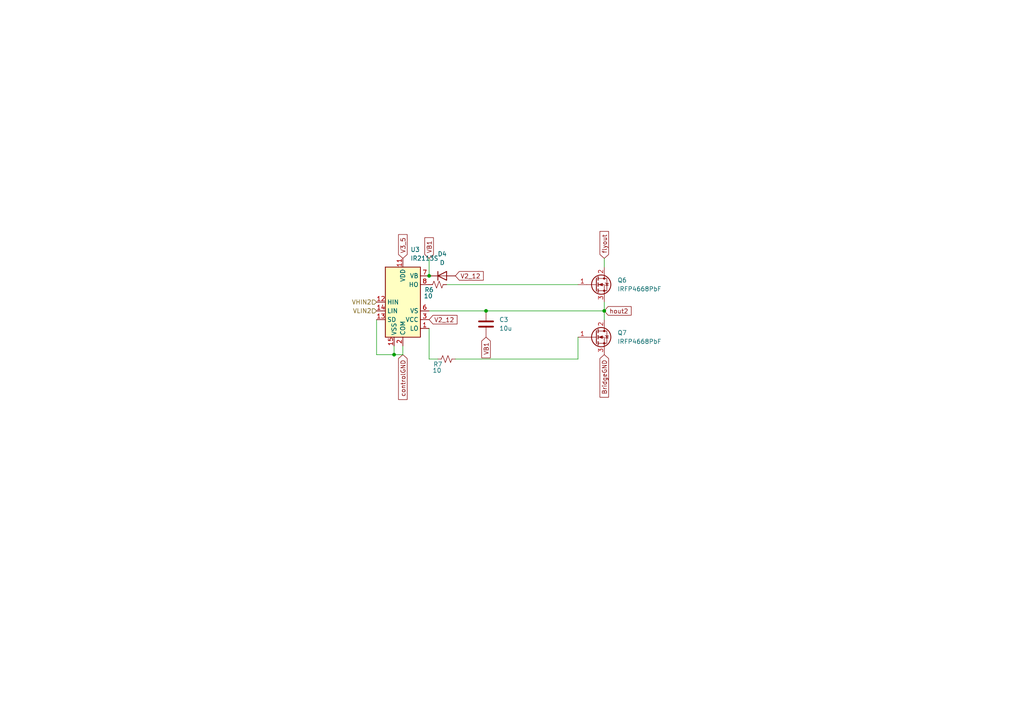
<source format=kicad_sch>
(kicad_sch
	(version 20231120)
	(generator "eeschema")
	(generator_version "8.0")
	(uuid "31f12878-9baa-4733-9a47-00a44b9d8b69")
	(paper "A4")
	(lib_symbols
		(symbol "Device:C"
			(pin_numbers hide)
			(pin_names
				(offset 0.254)
			)
			(exclude_from_sim no)
			(in_bom yes)
			(on_board yes)
			(property "Reference" "C"
				(at 0.635 2.54 0)
				(effects
					(font
						(size 1.27 1.27)
					)
					(justify left)
				)
			)
			(property "Value" "C"
				(at 0.635 -2.54 0)
				(effects
					(font
						(size 1.27 1.27)
					)
					(justify left)
				)
			)
			(property "Footprint" ""
				(at 0.9652 -3.81 0)
				(effects
					(font
						(size 1.27 1.27)
					)
					(hide yes)
				)
			)
			(property "Datasheet" "~"
				(at 0 0 0)
				(effects
					(font
						(size 1.27 1.27)
					)
					(hide yes)
				)
			)
			(property "Description" "Unpolarized capacitor"
				(at 0 0 0)
				(effects
					(font
						(size 1.27 1.27)
					)
					(hide yes)
				)
			)
			(property "ki_keywords" "cap capacitor"
				(at 0 0 0)
				(effects
					(font
						(size 1.27 1.27)
					)
					(hide yes)
				)
			)
			(property "ki_fp_filters" "C_*"
				(at 0 0 0)
				(effects
					(font
						(size 1.27 1.27)
					)
					(hide yes)
				)
			)
			(symbol "C_0_1"
				(polyline
					(pts
						(xy -2.032 -0.762) (xy 2.032 -0.762)
					)
					(stroke
						(width 0.508)
						(type default)
					)
					(fill
						(type none)
					)
				)
				(polyline
					(pts
						(xy -2.032 0.762) (xy 2.032 0.762)
					)
					(stroke
						(width 0.508)
						(type default)
					)
					(fill
						(type none)
					)
				)
			)
			(symbol "C_1_1"
				(pin passive line
					(at 0 3.81 270)
					(length 2.794)
					(name "~"
						(effects
							(font
								(size 1.27 1.27)
							)
						)
					)
					(number "1"
						(effects
							(font
								(size 1.27 1.27)
							)
						)
					)
				)
				(pin passive line
					(at 0 -3.81 90)
					(length 2.794)
					(name "~"
						(effects
							(font
								(size 1.27 1.27)
							)
						)
					)
					(number "2"
						(effects
							(font
								(size 1.27 1.27)
							)
						)
					)
				)
			)
		)
		(symbol "Device:D"
			(pin_numbers hide)
			(pin_names
				(offset 1.016) hide)
			(exclude_from_sim no)
			(in_bom yes)
			(on_board yes)
			(property "Reference" "D"
				(at 0 2.54 0)
				(effects
					(font
						(size 1.27 1.27)
					)
				)
			)
			(property "Value" "D"
				(at 0 -2.54 0)
				(effects
					(font
						(size 1.27 1.27)
					)
				)
			)
			(property "Footprint" ""
				(at 0 0 0)
				(effects
					(font
						(size 1.27 1.27)
					)
					(hide yes)
				)
			)
			(property "Datasheet" "~"
				(at 0 0 0)
				(effects
					(font
						(size 1.27 1.27)
					)
					(hide yes)
				)
			)
			(property "Description" "Diode"
				(at 0 0 0)
				(effects
					(font
						(size 1.27 1.27)
					)
					(hide yes)
				)
			)
			(property "Sim.Device" "D"
				(at 0 0 0)
				(effects
					(font
						(size 1.27 1.27)
					)
					(hide yes)
				)
			)
			(property "Sim.Pins" "1=K 2=A"
				(at 0 0 0)
				(effects
					(font
						(size 1.27 1.27)
					)
					(hide yes)
				)
			)
			(property "ki_keywords" "diode"
				(at 0 0 0)
				(effects
					(font
						(size 1.27 1.27)
					)
					(hide yes)
				)
			)
			(property "ki_fp_filters" "TO-???* *_Diode_* *SingleDiode* D_*"
				(at 0 0 0)
				(effects
					(font
						(size 1.27 1.27)
					)
					(hide yes)
				)
			)
			(symbol "D_0_1"
				(polyline
					(pts
						(xy -1.27 1.27) (xy -1.27 -1.27)
					)
					(stroke
						(width 0.254)
						(type default)
					)
					(fill
						(type none)
					)
				)
				(polyline
					(pts
						(xy 1.27 0) (xy -1.27 0)
					)
					(stroke
						(width 0)
						(type default)
					)
					(fill
						(type none)
					)
				)
				(polyline
					(pts
						(xy 1.27 1.27) (xy 1.27 -1.27) (xy -1.27 0) (xy 1.27 1.27)
					)
					(stroke
						(width 0.254)
						(type default)
					)
					(fill
						(type none)
					)
				)
			)
			(symbol "D_1_1"
				(pin passive line
					(at -3.81 0 0)
					(length 2.54)
					(name "K"
						(effects
							(font
								(size 1.27 1.27)
							)
						)
					)
					(number "1"
						(effects
							(font
								(size 1.27 1.27)
							)
						)
					)
				)
				(pin passive line
					(at 3.81 0 180)
					(length 2.54)
					(name "A"
						(effects
							(font
								(size 1.27 1.27)
							)
						)
					)
					(number "2"
						(effects
							(font
								(size 1.27 1.27)
							)
						)
					)
				)
			)
		)
		(symbol "Device:R_Small_US"
			(pin_numbers hide)
			(pin_names
				(offset 0.254) hide)
			(exclude_from_sim no)
			(in_bom yes)
			(on_board yes)
			(property "Reference" "R"
				(at 0.762 0.508 0)
				(effects
					(font
						(size 1.27 1.27)
					)
					(justify left)
				)
			)
			(property "Value" "R_Small_US"
				(at 0.762 -1.016 0)
				(effects
					(font
						(size 1.27 1.27)
					)
					(justify left)
				)
			)
			(property "Footprint" ""
				(at 0 0 0)
				(effects
					(font
						(size 1.27 1.27)
					)
					(hide yes)
				)
			)
			(property "Datasheet" "~"
				(at 0 0 0)
				(effects
					(font
						(size 1.27 1.27)
					)
					(hide yes)
				)
			)
			(property "Description" "Resistor, small US symbol"
				(at 0 0 0)
				(effects
					(font
						(size 1.27 1.27)
					)
					(hide yes)
				)
			)
			(property "ki_keywords" "r resistor"
				(at 0 0 0)
				(effects
					(font
						(size 1.27 1.27)
					)
					(hide yes)
				)
			)
			(property "ki_fp_filters" "R_*"
				(at 0 0 0)
				(effects
					(font
						(size 1.27 1.27)
					)
					(hide yes)
				)
			)
			(symbol "R_Small_US_1_1"
				(polyline
					(pts
						(xy 0 0) (xy 1.016 -0.381) (xy 0 -0.762) (xy -1.016 -1.143) (xy 0 -1.524)
					)
					(stroke
						(width 0)
						(type default)
					)
					(fill
						(type none)
					)
				)
				(polyline
					(pts
						(xy 0 1.524) (xy 1.016 1.143) (xy 0 0.762) (xy -1.016 0.381) (xy 0 0)
					)
					(stroke
						(width 0)
						(type default)
					)
					(fill
						(type none)
					)
				)
				(pin passive line
					(at 0 2.54 270)
					(length 1.016)
					(name "~"
						(effects
							(font
								(size 1.27 1.27)
							)
						)
					)
					(number "1"
						(effects
							(font
								(size 1.27 1.27)
							)
						)
					)
				)
				(pin passive line
					(at 0 -2.54 90)
					(length 1.016)
					(name "~"
						(effects
							(font
								(size 1.27 1.27)
							)
						)
					)
					(number "2"
						(effects
							(font
								(size 1.27 1.27)
							)
						)
					)
				)
			)
		)
		(symbol "Driver_FET:IR2113S"
			(exclude_from_sim no)
			(in_bom yes)
			(on_board yes)
			(property "Reference" "U"
				(at 1.27 13.335 0)
				(effects
					(font
						(size 1.27 1.27)
					)
					(justify left)
				)
			)
			(property "Value" "IR2113S"
				(at 1.27 11.43 0)
				(effects
					(font
						(size 1.27 1.27)
					)
					(justify left)
				)
			)
			(property "Footprint" "Package_SO:SOIC-16W_7.5x10.3mm_P1.27mm"
				(at 0 0 0)
				(effects
					(font
						(size 1.27 1.27)
						(italic yes)
					)
					(hide yes)
				)
			)
			(property "Datasheet" "https://www.infineon.com/dgdl/ir2110.pdf?fileId=5546d462533600a4015355c80333167e"
				(at 0 0 0)
				(effects
					(font
						(size 1.27 1.27)
					)
					(hide yes)
				)
			)
			(property "Description" "High and Low Side Driver, 500V, 2.0/2.0A, SOIC-16W"
				(at 0 0 0)
				(effects
					(font
						(size 1.27 1.27)
					)
					(hide yes)
				)
			)
			(property "ki_keywords" "Gate Driver"
				(at 0 0 0)
				(effects
					(font
						(size 1.27 1.27)
					)
					(hide yes)
				)
			)
			(property "ki_fp_filters" "SOIC*7.5x10.3mm*P1.27mm*"
				(at 0 0 0)
				(effects
					(font
						(size 1.27 1.27)
					)
					(hide yes)
				)
			)
			(symbol "IR2113S_0_1"
				(rectangle
					(start -5.08 -10.16)
					(end 5.08 10.16)
					(stroke
						(width 0.254)
						(type default)
					)
					(fill
						(type background)
					)
				)
			)
			(symbol "IR2113S_1_1"
				(pin output line
					(at 7.62 -7.62 180)
					(length 2.54)
					(name "LO"
						(effects
							(font
								(size 1.27 1.27)
							)
						)
					)
					(number "1"
						(effects
							(font
								(size 1.27 1.27)
							)
						)
					)
				)
				(pin no_connect line
					(at 5.08 2.54 180)
					(length 2.54) hide
					(name "NC"
						(effects
							(font
								(size 1.27 1.27)
							)
						)
					)
					(number "10"
						(effects
							(font
								(size 1.27 1.27)
							)
						)
					)
				)
				(pin power_in line
					(at 0 12.7 270)
					(length 2.54)
					(name "VDD"
						(effects
							(font
								(size 1.27 1.27)
							)
						)
					)
					(number "11"
						(effects
							(font
								(size 1.27 1.27)
							)
						)
					)
				)
				(pin input line
					(at -7.62 0 0)
					(length 2.54)
					(name "HIN"
						(effects
							(font
								(size 1.27 1.27)
							)
						)
					)
					(number "12"
						(effects
							(font
								(size 1.27 1.27)
							)
						)
					)
				)
				(pin input line
					(at -7.62 -5.08 0)
					(length 2.54)
					(name "SD"
						(effects
							(font
								(size 1.27 1.27)
							)
						)
					)
					(number "13"
						(effects
							(font
								(size 1.27 1.27)
							)
						)
					)
				)
				(pin input line
					(at -7.62 -2.54 0)
					(length 2.54)
					(name "LIN"
						(effects
							(font
								(size 1.27 1.27)
							)
						)
					)
					(number "14"
						(effects
							(font
								(size 1.27 1.27)
							)
						)
					)
				)
				(pin power_in line
					(at -2.54 -12.7 90)
					(length 2.54)
					(name "VSS"
						(effects
							(font
								(size 1.27 1.27)
							)
						)
					)
					(number "15"
						(effects
							(font
								(size 1.27 1.27)
							)
						)
					)
				)
				(pin no_connect line
					(at 5.08 0 180)
					(length 2.54) hide
					(name "NC"
						(effects
							(font
								(size 1.27 1.27)
							)
						)
					)
					(number "16"
						(effects
							(font
								(size 1.27 1.27)
							)
						)
					)
				)
				(pin power_in line
					(at 0 -12.7 90)
					(length 2.54)
					(name "COM"
						(effects
							(font
								(size 1.27 1.27)
							)
						)
					)
					(number "2"
						(effects
							(font
								(size 1.27 1.27)
							)
						)
					)
				)
				(pin power_in line
					(at 7.62 -5.08 180)
					(length 2.54)
					(name "VCC"
						(effects
							(font
								(size 1.27 1.27)
							)
						)
					)
					(number "3"
						(effects
							(font
								(size 1.27 1.27)
							)
						)
					)
				)
				(pin no_connect line
					(at -5.08 7.62 0)
					(length 2.54) hide
					(name "NC"
						(effects
							(font
								(size 1.27 1.27)
							)
						)
					)
					(number "4"
						(effects
							(font
								(size 1.27 1.27)
							)
						)
					)
				)
				(pin no_connect line
					(at -5.08 5.08 0)
					(length 2.54) hide
					(name "NC"
						(effects
							(font
								(size 1.27 1.27)
							)
						)
					)
					(number "5"
						(effects
							(font
								(size 1.27 1.27)
							)
						)
					)
				)
				(pin passive line
					(at 7.62 -2.54 180)
					(length 2.54)
					(name "VS"
						(effects
							(font
								(size 1.27 1.27)
							)
						)
					)
					(number "6"
						(effects
							(font
								(size 1.27 1.27)
							)
						)
					)
				)
				(pin passive line
					(at 7.62 7.62 180)
					(length 2.54)
					(name "VB"
						(effects
							(font
								(size 1.27 1.27)
							)
						)
					)
					(number "7"
						(effects
							(font
								(size 1.27 1.27)
							)
						)
					)
				)
				(pin output line
					(at 7.62 5.08 180)
					(length 2.54)
					(name "HO"
						(effects
							(font
								(size 1.27 1.27)
							)
						)
					)
					(number "8"
						(effects
							(font
								(size 1.27 1.27)
							)
						)
					)
				)
				(pin no_connect line
					(at -5.08 2.54 0)
					(length 2.54) hide
					(name "NC"
						(effects
							(font
								(size 1.27 1.27)
							)
						)
					)
					(number "9"
						(effects
							(font
								(size 1.27 1.27)
							)
						)
					)
				)
			)
		)
		(symbol "Transistor_FET:IRFP4668PbF"
			(pin_names hide)
			(exclude_from_sim no)
			(in_bom yes)
			(on_board yes)
			(property "Reference" "Q"
				(at 5.08 1.905 0)
				(effects
					(font
						(size 1.27 1.27)
					)
					(justify left)
				)
			)
			(property "Value" "IRFP4668PbF"
				(at 5.08 0 0)
				(effects
					(font
						(size 1.27 1.27)
					)
					(justify left)
				)
			)
			(property "Footprint" "Package_TO_SOT_THT:TO-247-3_Vertical"
				(at 5.08 -1.905 0)
				(effects
					(font
						(size 1.27 1.27)
						(italic yes)
					)
					(justify left)
					(hide yes)
				)
			)
			(property "Datasheet" "https://www.infineon.com/dgdl/irfp4668pbf.pdf?fileId=5546d462533600a40153562c8528201d"
				(at 5.08 -3.81 0)
				(effects
					(font
						(size 1.27 1.27)
					)
					(justify left)
					(hide yes)
				)
			)
			(property "Description" "130A Id, 200V Vds, N-Channel Power MOSFET, TO-247"
				(at 0 0 0)
				(effects
					(font
						(size 1.27 1.27)
					)
					(hide yes)
				)
			)
			(property "ki_keywords" "N-Channel Power MOSFET"
				(at 0 0 0)
				(effects
					(font
						(size 1.27 1.27)
					)
					(hide yes)
				)
			)
			(property "ki_fp_filters" "TO?247*"
				(at 0 0 0)
				(effects
					(font
						(size 1.27 1.27)
					)
					(hide yes)
				)
			)
			(symbol "IRFP4668PbF_0_1"
				(polyline
					(pts
						(xy 0.254 0) (xy -2.54 0)
					)
					(stroke
						(width 0)
						(type default)
					)
					(fill
						(type none)
					)
				)
				(polyline
					(pts
						(xy 0.254 1.905) (xy 0.254 -1.905)
					)
					(stroke
						(width 0.254)
						(type default)
					)
					(fill
						(type none)
					)
				)
				(polyline
					(pts
						(xy 0.762 -1.27) (xy 0.762 -2.286)
					)
					(stroke
						(width 0.254)
						(type default)
					)
					(fill
						(type none)
					)
				)
				(polyline
					(pts
						(xy 0.762 0.508) (xy 0.762 -0.508)
					)
					(stroke
						(width 0.254)
						(type default)
					)
					(fill
						(type none)
					)
				)
				(polyline
					(pts
						(xy 0.762 2.286) (xy 0.762 1.27)
					)
					(stroke
						(width 0.254)
						(type default)
					)
					(fill
						(type none)
					)
				)
				(polyline
					(pts
						(xy 2.54 2.54) (xy 2.54 1.778)
					)
					(stroke
						(width 0)
						(type default)
					)
					(fill
						(type none)
					)
				)
				(polyline
					(pts
						(xy 2.54 -2.54) (xy 2.54 0) (xy 0.762 0)
					)
					(stroke
						(width 0)
						(type default)
					)
					(fill
						(type none)
					)
				)
				(polyline
					(pts
						(xy 0.762 -1.778) (xy 3.302 -1.778) (xy 3.302 1.778) (xy 0.762 1.778)
					)
					(stroke
						(width 0)
						(type default)
					)
					(fill
						(type none)
					)
				)
				(polyline
					(pts
						(xy 1.016 0) (xy 2.032 0.381) (xy 2.032 -0.381) (xy 1.016 0)
					)
					(stroke
						(width 0)
						(type default)
					)
					(fill
						(type outline)
					)
				)
				(polyline
					(pts
						(xy 2.794 0.508) (xy 2.921 0.381) (xy 3.683 0.381) (xy 3.81 0.254)
					)
					(stroke
						(width 0)
						(type default)
					)
					(fill
						(type none)
					)
				)
				(polyline
					(pts
						(xy 3.302 0.381) (xy 2.921 -0.254) (xy 3.683 -0.254) (xy 3.302 0.381)
					)
					(stroke
						(width 0)
						(type default)
					)
					(fill
						(type none)
					)
				)
				(circle
					(center 1.651 0)
					(radius 2.794)
					(stroke
						(width 0.254)
						(type default)
					)
					(fill
						(type none)
					)
				)
				(circle
					(center 2.54 -1.778)
					(radius 0.254)
					(stroke
						(width 0)
						(type default)
					)
					(fill
						(type outline)
					)
				)
				(circle
					(center 2.54 1.778)
					(radius 0.254)
					(stroke
						(width 0)
						(type default)
					)
					(fill
						(type outline)
					)
				)
			)
			(symbol "IRFP4668PbF_1_1"
				(pin input line
					(at -5.08 0 0)
					(length 2.54)
					(name "G"
						(effects
							(font
								(size 1.27 1.27)
							)
						)
					)
					(number "1"
						(effects
							(font
								(size 1.27 1.27)
							)
						)
					)
				)
				(pin passive line
					(at 2.54 5.08 270)
					(length 2.54)
					(name "D"
						(effects
							(font
								(size 1.27 1.27)
							)
						)
					)
					(number "2"
						(effects
							(font
								(size 1.27 1.27)
							)
						)
					)
				)
				(pin passive line
					(at 2.54 -5.08 90)
					(length 2.54)
					(name "S"
						(effects
							(font
								(size 1.27 1.27)
							)
						)
					)
					(number "3"
						(effects
							(font
								(size 1.27 1.27)
							)
						)
					)
				)
			)
		)
	)
	(junction
		(at 175.26 90.17)
		(diameter 0)
		(color 0 0 0 0)
		(uuid "0ef7be2e-1ed4-4b38-ac4d-56819edb0115")
	)
	(junction
		(at 140.97 90.17)
		(diameter 0)
		(color 0 0 0 0)
		(uuid "31f83d1f-23c0-46a8-ac1d-6d7aa278d511")
	)
	(junction
		(at 124.46 80.01)
		(diameter 0)
		(color 0 0 0 0)
		(uuid "4091bddd-43ae-45a2-aee8-9ce647f960c7")
	)
	(junction
		(at 114.3 102.87)
		(diameter 0)
		(color 0 0 0 0)
		(uuid "d0b7e112-b8bd-4fef-b12c-24193ae636d2")
	)
	(wire
		(pts
			(xy 167.64 104.14) (xy 167.64 97.79)
		)
		(stroke
			(width 0)
			(type default)
		)
		(uuid "13bfcbc7-fdcd-4b8d-a566-ba006b341d19")
	)
	(wire
		(pts
			(xy 175.26 87.63) (xy 175.26 90.17)
		)
		(stroke
			(width 0)
			(type default)
		)
		(uuid "4ddb37c4-447d-4502-bd4a-d5363f825b65")
	)
	(wire
		(pts
			(xy 140.97 90.17) (xy 175.26 90.17)
		)
		(stroke
			(width 0)
			(type default)
		)
		(uuid "573ebdd1-58b8-4baf-835a-4f7b7d42b981")
	)
	(wire
		(pts
			(xy 124.46 95.25) (xy 124.46 104.14)
		)
		(stroke
			(width 0)
			(type default)
		)
		(uuid "785eb7bd-33f9-4bac-bb50-496b4f3dbbbb")
	)
	(wire
		(pts
			(xy 109.22 92.71) (xy 109.22 102.87)
		)
		(stroke
			(width 0)
			(type default)
		)
		(uuid "8197a78e-efc8-469a-8f28-eb79657ec515")
	)
	(wire
		(pts
			(xy 116.84 102.87) (xy 116.84 100.33)
		)
		(stroke
			(width 0)
			(type default)
		)
		(uuid "8488a33e-d7c0-445e-abab-7a991dda0877")
	)
	(wire
		(pts
			(xy 124.46 104.14) (xy 127 104.14)
		)
		(stroke
			(width 0)
			(type default)
		)
		(uuid "94ae486c-1694-4f77-b9eb-6b8c8e077be7")
	)
	(wire
		(pts
			(xy 132.08 104.14) (xy 167.64 104.14)
		)
		(stroke
			(width 0)
			(type default)
		)
		(uuid "a36c9bc9-873a-459d-9889-bbe492499bfc")
	)
	(wire
		(pts
			(xy 175.26 74.93) (xy 175.26 77.47)
		)
		(stroke
			(width 0)
			(type default)
		)
		(uuid "a4677231-35f3-4a56-9c67-2fbe2da034f2")
	)
	(wire
		(pts
			(xy 124.46 90.17) (xy 140.97 90.17)
		)
		(stroke
			(width 0)
			(type default)
		)
		(uuid "b5ebd12e-7e82-4d19-bf22-4ccbd44926fb")
	)
	(wire
		(pts
			(xy 124.46 74.93) (xy 124.46 80.01)
		)
		(stroke
			(width 0)
			(type default)
		)
		(uuid "c16552b3-4fac-4137-80e6-33afe2f1bf77")
	)
	(wire
		(pts
			(xy 109.22 102.87) (xy 114.3 102.87)
		)
		(stroke
			(width 0)
			(type default)
		)
		(uuid "caff4d72-d9b3-485b-abed-df18aa7df9d8")
	)
	(wire
		(pts
			(xy 175.26 90.17) (xy 175.26 92.71)
		)
		(stroke
			(width 0)
			(type default)
		)
		(uuid "d85ee250-8a39-41c8-a054-0e46647ad93a")
	)
	(wire
		(pts
			(xy 114.3 102.87) (xy 116.84 102.87)
		)
		(stroke
			(width 0)
			(type default)
		)
		(uuid "e92979a5-7556-4af6-8637-b46e9bb1384e")
	)
	(wire
		(pts
			(xy 114.3 100.33) (xy 114.3 102.87)
		)
		(stroke
			(width 0)
			(type default)
		)
		(uuid "ebf11a7a-f245-4907-b45f-d001448e446d")
	)
	(wire
		(pts
			(xy 129.54 82.55) (xy 167.64 82.55)
		)
		(stroke
			(width 0)
			(type default)
		)
		(uuid "f92b02b6-40e9-4970-932c-adf9aa5e9654")
	)
	(global_label "VB1"
		(shape input)
		(at 124.46 74.93 90)
		(fields_autoplaced yes)
		(effects
			(font
				(size 1.27 1.27)
			)
			(justify left)
		)
		(uuid "0f90420d-5c00-44e8-a1eb-2ddf29f9b637")
		(property "Intersheetrefs" "${INTERSHEET_REFS}"
			(at 124.46 68.3767 90)
			(effects
				(font
					(size 1.27 1.27)
				)
				(justify left)
				(hide yes)
			)
		)
	)
	(global_label "V3_5"
		(shape input)
		(at 116.84 74.93 90)
		(fields_autoplaced yes)
		(effects
			(font
				(size 1.27 1.27)
			)
			(justify left)
		)
		(uuid "1b0ec993-1195-4205-9f59-d38b5f658437")
		(property "Intersheetrefs" "${INTERSHEET_REFS}"
			(at 116.84 67.4696 90)
			(effects
				(font
					(size 1.27 1.27)
				)
				(justify left)
				(hide yes)
			)
		)
	)
	(global_label "controlGND"
		(shape input)
		(at 116.84 102.87 270)
		(fields_autoplaced yes)
		(effects
			(font
				(size 1.27 1.27)
			)
			(justify right)
		)
		(uuid "24293d38-5e77-4f12-a43e-346075e68025")
		(property "Intersheetrefs" "${INTERSHEET_REFS}"
			(at 116.84 116.4384 90)
			(effects
				(font
					(size 1.27 1.27)
				)
				(justify right)
				(hide yes)
			)
		)
	)
	(global_label "BridgeGND"
		(shape input)
		(at 175.26 102.87 270)
		(fields_autoplaced yes)
		(effects
			(font
				(size 1.27 1.27)
			)
			(justify right)
		)
		(uuid "2cac04e0-426e-4fd3-9617-96d51901ce7d")
		(property "Intersheetrefs" "${INTERSHEET_REFS}"
			(at 175.26 115.7733 90)
			(effects
				(font
					(size 1.27 1.27)
				)
				(justify right)
				(hide yes)
			)
		)
	)
	(global_label "VB1"
		(shape input)
		(at 140.97 97.79 270)
		(fields_autoplaced yes)
		(effects
			(font
				(size 1.27 1.27)
			)
			(justify right)
		)
		(uuid "45951be4-7e53-4235-ba80-db9dea19f0ce")
		(property "Intersheetrefs" "${INTERSHEET_REFS}"
			(at 140.97 104.3433 90)
			(effects
				(font
					(size 1.27 1.27)
				)
				(justify right)
				(hide yes)
			)
		)
	)
	(global_label "V2_12"
		(shape input)
		(at 132.08 80.01 0)
		(fields_autoplaced yes)
		(effects
			(font
				(size 1.27 1.27)
			)
			(justify left)
		)
		(uuid "746db2da-90d9-4204-bd02-2625598aa289")
		(property "Intersheetrefs" "${INTERSHEET_REFS}"
			(at 140.7499 80.01 0)
			(effects
				(font
					(size 1.27 1.27)
				)
				(justify left)
				(hide yes)
			)
		)
	)
	(global_label "flyout"
		(shape input)
		(at 175.26 74.93 90)
		(fields_autoplaced yes)
		(effects
			(font
				(size 1.27 1.27)
			)
			(justify left)
		)
		(uuid "8afac864-f174-49b6-835b-0638ec0a9c82")
		(property "Intersheetrefs" "${INTERSHEET_REFS}"
			(at 175.26 66.5626 90)
			(effects
				(font
					(size 1.27 1.27)
				)
				(justify left)
				(hide yes)
			)
		)
	)
	(global_label "V2_12"
		(shape input)
		(at 124.46 92.71 0)
		(fields_autoplaced yes)
		(effects
			(font
				(size 1.27 1.27)
			)
			(justify left)
		)
		(uuid "9ad0a715-4424-4db7-beb1-c10e5fdb6e0c")
		(property "Intersheetrefs" "${INTERSHEET_REFS}"
			(at 133.1299 92.71 0)
			(effects
				(font
					(size 1.27 1.27)
				)
				(justify left)
				(hide yes)
			)
		)
	)
	(global_label "hout2"
		(shape input)
		(at 175.26 90.17 0)
		(fields_autoplaced yes)
		(effects
			(font
				(size 1.27 1.27)
			)
			(justify left)
		)
		(uuid "cd5e538a-d604-45e4-879f-4928adc4e7bf")
		(property "Intersheetrefs" "${INTERSHEET_REFS}"
			(at 183.6274 90.17 0)
			(effects
				(font
					(size 1.27 1.27)
				)
				(justify left)
				(hide yes)
			)
		)
	)
	(hierarchical_label "VLIN2"
		(shape input)
		(at 109.22 90.17 180)
		(fields_autoplaced yes)
		(effects
			(font
				(size 1.27 1.27)
			)
			(justify right)
		)
		(uuid "b2883234-4504-4c0b-87be-6a4e8e093f15")
	)
	(hierarchical_label "VHIN2"
		(shape input)
		(at 109.22 87.63 180)
		(fields_autoplaced yes)
		(effects
			(font
				(size 1.27 1.27)
			)
			(justify right)
		)
		(uuid "e1b6dee2-d16a-488e-8977-48ae15d167c9")
	)
	(symbol
		(lib_id "Device:R_Small_US")
		(at 127 82.55 90)
		(unit 1)
		(exclude_from_sim no)
		(in_bom yes)
		(on_board yes)
		(dnp no)
		(uuid "3139caff-fa88-4dba-8c52-ae1f40bfb2ad")
		(property "Reference" "R6"
			(at 124.46 84.074 90)
			(effects
				(font
					(size 1.27 1.27)
				)
			)
		)
		(property "Value" "10"
			(at 124.206 85.852 90)
			(effects
				(font
					(size 1.27 1.27)
				)
			)
		)
		(property "Footprint" "Resistor_SMD:R_01005_0402Metric"
			(at 127 82.55 0)
			(effects
				(font
					(size 1.27 1.27)
				)
				(hide yes)
			)
		)
		(property "Datasheet" "~"
			(at 127 82.55 0)
			(effects
				(font
					(size 1.27 1.27)
				)
				(hide yes)
			)
		)
		(property "Description" "Resistor, small US symbol"
			(at 127 82.55 0)
			(effects
				(font
					(size 1.27 1.27)
				)
				(hide yes)
			)
		)
		(pin "2"
			(uuid "b494e857-132f-4970-be2e-8241a8c41396")
		)
		(pin "1"
			(uuid "7f08c05d-1e31-4d56-9f5b-cb689edaa0f2")
		)
		(instances
			(project ""
				(path "/edf94242-0cdc-4580-8fae-fd56a0fef1a3/4ef6125f-d48c-4cdc-8ecc-782b01e6efd7/9628156a-39d2-484d-9693-3edaa3193eb2"
					(reference "R6")
					(unit 1)
				)
			)
		)
	)
	(symbol
		(lib_id "Driver_FET:IR2113S")
		(at 116.84 87.63 0)
		(unit 1)
		(exclude_from_sim no)
		(in_bom yes)
		(on_board yes)
		(dnp no)
		(fields_autoplaced yes)
		(uuid "3bfffd3f-86ae-4e62-b326-596ac7490d5d")
		(property "Reference" "U3"
			(at 119.0341 72.39 0)
			(effects
				(font
					(size 1.27 1.27)
				)
				(justify left)
			)
		)
		(property "Value" "IR2113S"
			(at 119.0341 74.93 0)
			(effects
				(font
					(size 1.27 1.27)
				)
				(justify left)
			)
		)
		(property "Footprint" "Package_SO:SOIC-16W_7.5x10.3mm_P1.27mm"
			(at 116.84 87.63 0)
			(effects
				(font
					(size 1.27 1.27)
					(italic yes)
				)
				(hide yes)
			)
		)
		(property "Datasheet" "https://www.infineon.com/dgdl/ir2110.pdf?fileId=5546d462533600a4015355c80333167e"
			(at 116.84 87.63 0)
			(effects
				(font
					(size 1.27 1.27)
				)
				(hide yes)
			)
		)
		(property "Description" "High and Low Side Driver, 500V, 2.0/2.0A, SOIC-16W"
			(at 116.84 87.63 0)
			(effects
				(font
					(size 1.27 1.27)
				)
				(hide yes)
			)
		)
		(pin "1"
			(uuid "b84f95dc-88fb-41f7-a298-363ecd583f69")
		)
		(pin "6"
			(uuid "c5842a1b-5b8e-4b55-a6b3-fb21ee73a6b9")
		)
		(pin "15"
			(uuid "975b1cd0-f499-42be-9f3b-f9eb498d0b73")
		)
		(pin "8"
			(uuid "7a25b5cc-afcc-43bc-83da-c41de7c6fe0e")
		)
		(pin "9"
			(uuid "7a594e9f-6b12-4055-882c-ce7729d53bf7")
		)
		(pin "10"
			(uuid "c3a33765-8249-4bc7-bbeb-51c3433013e0")
		)
		(pin "7"
			(uuid "ba14cd49-3a51-4ed5-af1c-48ecff9df6fb")
		)
		(pin "3"
			(uuid "c6eafbd6-927a-4f30-b2bc-18522b918fef")
		)
		(pin "2"
			(uuid "801bcd05-e600-4693-a09e-f5a789a90ff5")
		)
		(pin "11"
			(uuid "6b35577e-9bb4-48d5-afd2-c80a408e0e6c")
		)
		(pin "14"
			(uuid "2486eb70-5092-46cd-ace2-37a074c5a38d")
		)
		(pin "4"
			(uuid "bb82ad32-5776-4cb2-82c1-6312d8eaf0cc")
		)
		(pin "5"
			(uuid "13015105-da24-467e-ad32-3e7e29de0b7e")
		)
		(pin "12"
			(uuid "8cdb27ec-5335-4a34-aa23-1f2a0813cf88")
		)
		(pin "13"
			(uuid "3852ad07-693c-4c4b-98ad-680c2fc0053b")
		)
		(pin "16"
			(uuid "430fb81e-231f-4b3d-987f-4678e663db49")
		)
		(instances
			(project ""
				(path "/edf94242-0cdc-4580-8fae-fd56a0fef1a3/4ef6125f-d48c-4cdc-8ecc-782b01e6efd7/9628156a-39d2-484d-9693-3edaa3193eb2"
					(reference "U3")
					(unit 1)
				)
			)
		)
	)
	(symbol
		(lib_id "Device:C")
		(at 140.97 93.98 0)
		(unit 1)
		(exclude_from_sim no)
		(in_bom yes)
		(on_board yes)
		(dnp no)
		(fields_autoplaced yes)
		(uuid "46fefd35-add3-45ed-8b69-a89d6ec882ad")
		(property "Reference" "C3"
			(at 144.78 92.7099 0)
			(effects
				(font
					(size 1.27 1.27)
				)
				(justify left)
			)
		)
		(property "Value" "10u"
			(at 144.78 95.2499 0)
			(effects
				(font
					(size 1.27 1.27)
				)
				(justify left)
			)
		)
		(property "Footprint" "Capacitor_SMD:C_01005_0402Metric"
			(at 141.9352 97.79 0)
			(effects
				(font
					(size 1.27 1.27)
				)
				(hide yes)
			)
		)
		(property "Datasheet" "~"
			(at 140.97 93.98 0)
			(effects
				(font
					(size 1.27 1.27)
				)
				(hide yes)
			)
		)
		(property "Description" "Unpolarized capacitor"
			(at 140.97 93.98 0)
			(effects
				(font
					(size 1.27 1.27)
				)
				(hide yes)
			)
		)
		(pin "2"
			(uuid "9a9bf45e-75a0-404b-aa7f-8b4df773b81a")
		)
		(pin "1"
			(uuid "8868f379-5fbb-4830-b361-8282777093ea")
		)
		(instances
			(project ""
				(path "/edf94242-0cdc-4580-8fae-fd56a0fef1a3/4ef6125f-d48c-4cdc-8ecc-782b01e6efd7/9628156a-39d2-484d-9693-3edaa3193eb2"
					(reference "C3")
					(unit 1)
				)
			)
		)
	)
	(symbol
		(lib_id "Transistor_FET:IRFP4668PbF")
		(at 172.72 97.79 0)
		(unit 1)
		(exclude_from_sim no)
		(in_bom yes)
		(on_board yes)
		(dnp no)
		(fields_autoplaced yes)
		(uuid "6df5dbb3-8a35-4c1f-b93c-aed73e24fd79")
		(property "Reference" "Q7"
			(at 179.07 96.5199 0)
			(effects
				(font
					(size 1.27 1.27)
				)
				(justify left)
			)
		)
		(property "Value" "IRFP4668PbF"
			(at 179.07 99.0599 0)
			(effects
				(font
					(size 1.27 1.27)
				)
				(justify left)
			)
		)
		(property "Footprint" "Package_TO_SOT_SMD:SC-59_Handsoldering"
			(at 177.8 99.695 0)
			(effects
				(font
					(size 1.27 1.27)
					(italic yes)
				)
				(justify left)
				(hide yes)
			)
		)
		(property "Datasheet" "https://www.infineon.com/dgdl/irfp4668pbf.pdf?fileId=5546d462533600a40153562c8528201d"
			(at 177.8 101.6 0)
			(effects
				(font
					(size 1.27 1.27)
				)
				(justify left)
				(hide yes)
			)
		)
		(property "Description" "130A Id, 200V Vds, N-Channel Power MOSFET, TO-247"
			(at 172.72 97.79 0)
			(effects
				(font
					(size 1.27 1.27)
				)
				(hide yes)
			)
		)
		(pin "1"
			(uuid "b157ed2c-6e18-4bf8-9c87-9cdce4ed6999")
		)
		(pin "2"
			(uuid "2d08d412-8a6e-4d02-916f-281f8cef9f8b")
		)
		(pin "3"
			(uuid "99aafc42-d2cc-4453-a8f4-a818572899e3")
		)
		(instances
			(project ""
				(path "/edf94242-0cdc-4580-8fae-fd56a0fef1a3/4ef6125f-d48c-4cdc-8ecc-782b01e6efd7/9628156a-39d2-484d-9693-3edaa3193eb2"
					(reference "Q7")
					(unit 1)
				)
			)
		)
	)
	(symbol
		(lib_id "Device:R_Small_US")
		(at 129.54 104.14 90)
		(unit 1)
		(exclude_from_sim no)
		(in_bom yes)
		(on_board yes)
		(dnp no)
		(uuid "a846d14f-74b5-4664-b1e7-62f70c2657c7")
		(property "Reference" "R7"
			(at 127 105.664 90)
			(effects
				(font
					(size 1.27 1.27)
				)
			)
		)
		(property "Value" "10"
			(at 126.746 107.442 90)
			(effects
				(font
					(size 1.27 1.27)
				)
			)
		)
		(property "Footprint" "Resistor_SMD:R_01005_0402Metric"
			(at 129.54 104.14 0)
			(effects
				(font
					(size 1.27 1.27)
				)
				(hide yes)
			)
		)
		(property "Datasheet" "~"
			(at 129.54 104.14 0)
			(effects
				(font
					(size 1.27 1.27)
				)
				(hide yes)
			)
		)
		(property "Description" "Resistor, small US symbol"
			(at 129.54 104.14 0)
			(effects
				(font
					(size 1.27 1.27)
				)
				(hide yes)
			)
		)
		(pin "2"
			(uuid "3aa0c213-ff8c-4ee6-8aa8-5f17629424e4")
		)
		(pin "1"
			(uuid "85333e4c-d40d-446f-b33c-d3c39c6a50f9")
		)
		(instances
			(project ""
				(path "/edf94242-0cdc-4580-8fae-fd56a0fef1a3/4ef6125f-d48c-4cdc-8ecc-782b01e6efd7/9628156a-39d2-484d-9693-3edaa3193eb2"
					(reference "R7")
					(unit 1)
				)
			)
		)
	)
	(symbol
		(lib_id "Device:D")
		(at 128.27 80.01 0)
		(unit 1)
		(exclude_from_sim no)
		(in_bom yes)
		(on_board yes)
		(dnp no)
		(fields_autoplaced yes)
		(uuid "c367f87e-f1f7-4246-b7aa-aa2465f3acd6")
		(property "Reference" "D4"
			(at 128.27 73.66 0)
			(effects
				(font
					(size 1.27 1.27)
				)
			)
		)
		(property "Value" "D"
			(at 128.27 76.2 0)
			(effects
				(font
					(size 1.27 1.27)
				)
			)
		)
		(property "Footprint" "Diode_SMD:D_1206_3216Metric_Pad1.42x1.75mm_HandSolder"
			(at 128.27 80.01 0)
			(effects
				(font
					(size 1.27 1.27)
				)
				(hide yes)
			)
		)
		(property "Datasheet" "~"
			(at 128.27 80.01 0)
			(effects
				(font
					(size 1.27 1.27)
				)
				(hide yes)
			)
		)
		(property "Description" "Diode"
			(at 128.27 80.01 0)
			(effects
				(font
					(size 1.27 1.27)
				)
				(hide yes)
			)
		)
		(property "Sim.Device" "D"
			(at 128.27 80.01 0)
			(effects
				(font
					(size 1.27 1.27)
				)
				(hide yes)
			)
		)
		(property "Sim.Pins" "1=K 2=A"
			(at 128.27 80.01 0)
			(effects
				(font
					(size 1.27 1.27)
				)
				(hide yes)
			)
		)
		(pin "1"
			(uuid "80dc9135-1b00-4ead-992c-891444379998")
		)
		(pin "2"
			(uuid "8223caf2-26bc-445b-a3c4-37b5acf39c36")
		)
		(instances
			(project ""
				(path "/edf94242-0cdc-4580-8fae-fd56a0fef1a3/4ef6125f-d48c-4cdc-8ecc-782b01e6efd7/9628156a-39d2-484d-9693-3edaa3193eb2"
					(reference "D4")
					(unit 1)
				)
			)
		)
	)
	(symbol
		(lib_id "Transistor_FET:IRFP4668PbF")
		(at 172.72 82.55 0)
		(unit 1)
		(exclude_from_sim no)
		(in_bom yes)
		(on_board yes)
		(dnp no)
		(fields_autoplaced yes)
		(uuid "e2034dc6-24a8-486a-847e-23aed7e0cb79")
		(property "Reference" "Q6"
			(at 179.07 81.2799 0)
			(effects
				(font
					(size 1.27 1.27)
				)
				(justify left)
			)
		)
		(property "Value" "IRFP4668PbF"
			(at 179.07 83.8199 0)
			(effects
				(font
					(size 1.27 1.27)
				)
				(justify left)
			)
		)
		(property "Footprint" "Package_TO_SOT_SMD:SC-59_Handsoldering"
			(at 177.8 84.455 0)
			(effects
				(font
					(size 1.27 1.27)
					(italic yes)
				)
				(justify left)
				(hide yes)
			)
		)
		(property "Datasheet" "https://www.infineon.com/dgdl/irfp4668pbf.pdf?fileId=5546d462533600a40153562c8528201d"
			(at 177.8 86.36 0)
			(effects
				(font
					(size 1.27 1.27)
				)
				(justify left)
				(hide yes)
			)
		)
		(property "Description" "130A Id, 200V Vds, N-Channel Power MOSFET, TO-247"
			(at 172.72 82.55 0)
			(effects
				(font
					(size 1.27 1.27)
				)
				(hide yes)
			)
		)
		(pin "1"
			(uuid "f06df72f-5f77-4b50-b262-bff032366873")
		)
		(pin "2"
			(uuid "1c531299-57a9-4f0a-8667-32155c3c972b")
		)
		(pin "3"
			(uuid "814ae8dd-a6d7-4452-a915-eea8db3f2f9a")
		)
		(instances
			(project ""
				(path "/edf94242-0cdc-4580-8fae-fd56a0fef1a3/4ef6125f-d48c-4cdc-8ecc-782b01e6efd7/9628156a-39d2-484d-9693-3edaa3193eb2"
					(reference "Q6")
					(unit 1)
				)
			)
		)
	)
)

</source>
